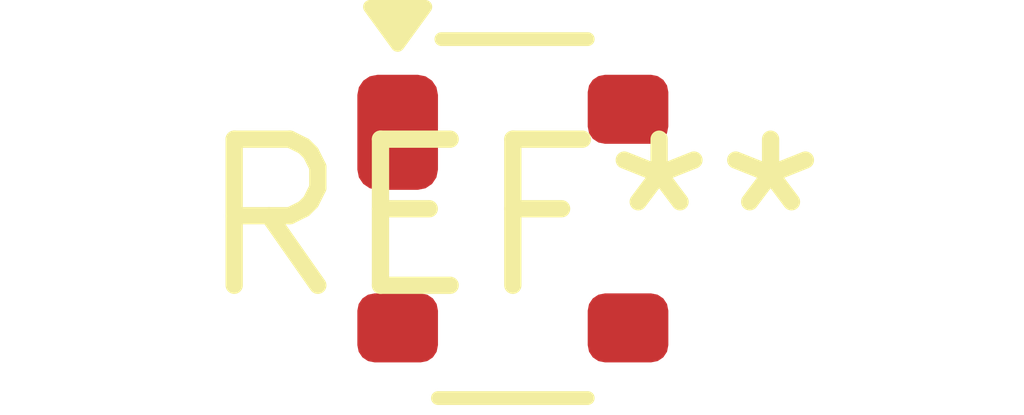
<source format=kicad_pcb>
(kicad_pcb (version 20240108) (generator pcbnew)
  (layers (0 "F.Cu" signal) (31 "B.Cu" signal) (34 "B.Paste" user) (35 "F.Paste" user) (36 "B.SilkS" user "B.Silkscreen") (37 "F.SilkS" user "F.Silkscreen") (38 "B.Mask" user) (39 "F.Mask" user) (44 "Edge.Cuts" user))
  (net 0 "")
  (footprint "SOT-143" (layer "F.Cu") (at 0 0)
    (property "Reference" "REF**")
    (property "Value" "SOT-143")
    (fp_line (start -0.65 1.56) (end 0.65 1.56) (layer "F.SilkS") (stroke (width 0.12)))
    (fp_line (start 0.65 -1.56) (end -0.62 -1.56) (layer "F.SilkS") (stroke (width 0.12)))
    (fp_poly (pts (xy -1 -1.51) (xy -1.24 -1.84) (xy -0.76 -1.84) (xy -1 -1.51)) (layer "F.SilkS") (stroke (width 0.12)) (fill solid))
    (pad "1" smd roundrect (at -1 -0.75) (size 0.7 1) (layers "F.Cu" "F.Paste" "F.Mask"))
    (pad "2" smd roundrect (at -1 0.95) (size 0.7 0.6) (layers "F.Cu" "F.Paste" "F.Mask"))
    (pad "3" smd roundrect (at 1 0.95) (size 0.7 0.6) (layers "F.Cu" "F.Paste" "F.Mask"))
    (pad "4" smd roundrect (at 1 -0.95) (size 0.7 0.6) (layers "F.Cu" "F.Paste" "F.Mask"))
  )
)
</source>
